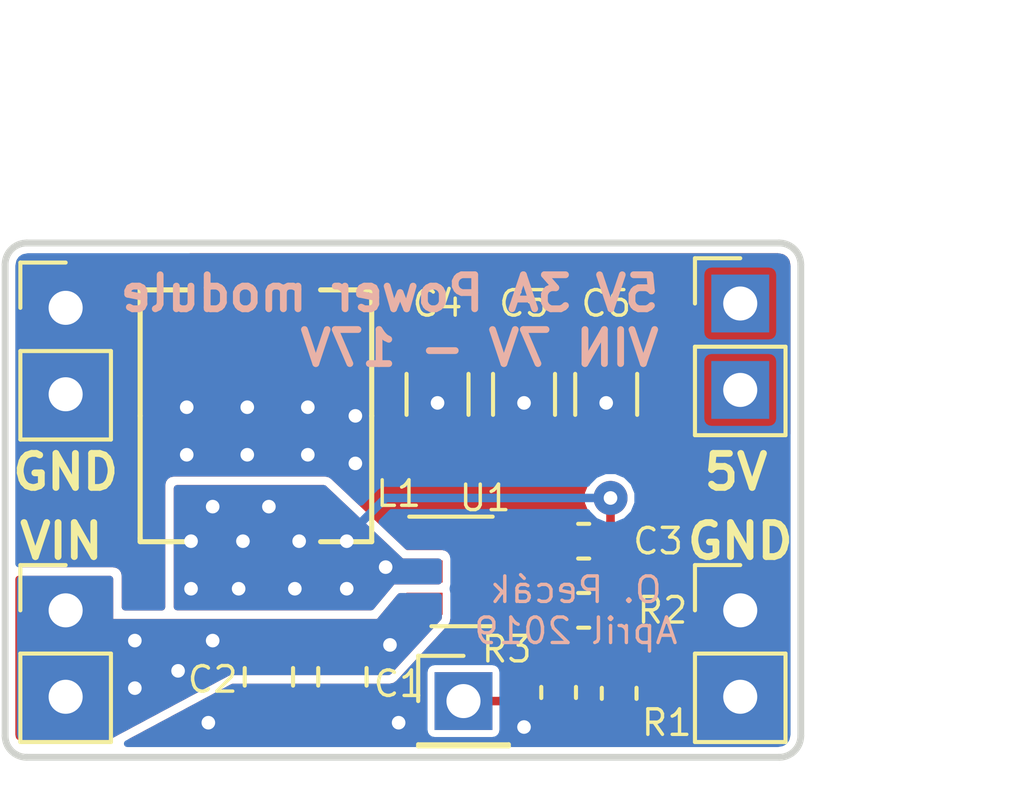
<source format=kicad_pcb>
(kicad_pcb (version 20171130) (host pcbnew 5.0.0+dfsg1-2~bpo9+1)

  (general
    (thickness 1.6)
    (drawings 16)
    (tracks 56)
    (zones 0)
    (modules 16)
    (nets 9)
  )

  (page A4)
  (layers
    (0 F.Cu signal)
    (31 B.Cu signal)
    (32 B.Adhes user)
    (33 F.Adhes user)
    (34 B.Paste user)
    (35 F.Paste user)
    (36 B.SilkS user)
    (37 F.SilkS user)
    (38 B.Mask user)
    (39 F.Mask user)
    (40 Dwgs.User user)
    (41 Cmts.User user)
    (42 Eco1.User user)
    (43 Eco2.User user)
    (44 Edge.Cuts user)
    (45 Margin user)
    (46 B.CrtYd user)
    (47 F.CrtYd user)
    (48 B.Fab user)
    (49 F.Fab user)
  )

  (setup
    (last_trace_width 0.25)
    (trace_clearance 0.2)
    (zone_clearance 0.25)
    (zone_45_only no)
    (trace_min 0.2)
    (segment_width 0.2)
    (edge_width 0.2)
    (via_size 1)
    (via_drill 0.4)
    (via_min_size 0.4)
    (via_min_drill 0.3)
    (uvia_size 0.3)
    (uvia_drill 0.1)
    (uvias_allowed no)
    (uvia_min_size 0.2)
    (uvia_min_drill 0.1)
    (pcb_text_width 0.3)
    (pcb_text_size 1.5 1.5)
    (mod_edge_width 0.15)
    (mod_text_size 1 1)
    (mod_text_width 0.15)
    (pad_size 1.7 1.7)
    (pad_drill 1)
    (pad_to_mask_clearance 0.2)
    (aux_axis_origin 0 0)
    (visible_elements FFFFFF7F)
    (pcbplotparams
      (layerselection 0x010fc_ffffffff)
      (usegerberextensions false)
      (usegerberattributes false)
      (usegerberadvancedattributes false)
      (creategerberjobfile false)
      (excludeedgelayer true)
      (linewidth 0.100000)
      (plotframeref false)
      (viasonmask false)
      (mode 1)
      (useauxorigin false)
      (hpglpennumber 1)
      (hpglpenspeed 20)
      (hpglpendiameter 15.000000)
      (psnegative false)
      (psa4output false)
      (plotreference true)
      (plotvalue true)
      (plotinvisibletext false)
      (padsonsilk false)
      (subtractmaskfromsilk false)
      (outputformat 1)
      (mirror false)
      (drillshape 1)
      (scaleselection 1)
      (outputdirectory ""))
  )

  (net 0 "")
  (net 1 "Net-(R1-Pad1)")
  (net 2 /ENABLE)
  (net 3 "Net-(R2-Pad2)")
  (net 4 /5V)
  (net 5 GND)
  (net 6 "Net-(C3-Pad2)")
  (net 7 /VIN)
  (net 8 "Net-(C3-Pad1)")

  (net_class Default "This is the default net class."
    (clearance 0.2)
    (trace_width 0.25)
    (via_dia 1)
    (via_drill 0.4)
    (uvia_dia 0.3)
    (uvia_drill 0.1)
    (add_net /5V)
    (add_net /ENABLE)
    (add_net /VIN)
    (add_net GND)
    (add_net "Net-(C3-Pad1)")
    (add_net "Net-(C3-Pad2)")
    (add_net "Net-(R1-Pad1)")
    (add_net "Net-(R2-Pad2)")
  )

  (module Capacitor_SMD:C_0603_1608Metric (layer F.Cu) (tedit 5CA4802C) (tstamp 5CBC846C)
    (at 148.1835 48.641)
    (descr "Capacitor SMD 0603 (1608 Metric), square (rectangular) end terminal, IPC_7351 nominal, (Body size source: http://www.tortai-tech.com/upload/download/2011102023233369053.pdf), generated with kicad-footprint-generator")
    (tags capacitor)
    (path /5D17F5D4)
    (attr smd)
    (fp_text reference C3 (at 2.1845 0) (layer F.SilkS)
      (effects (font (size 0.75 0.75) (thickness 0.1)))
    )
    (fp_text value 100n (at 0 1.43) (layer F.Fab)
      (effects (font (size 1 1) (thickness 0.15)))
    )
    (fp_line (start -0.8 0.4) (end -0.8 -0.4) (layer F.Fab) (width 0.1))
    (fp_line (start -0.8 -0.4) (end 0.8 -0.4) (layer F.Fab) (width 0.1))
    (fp_line (start 0.8 -0.4) (end 0.8 0.4) (layer F.Fab) (width 0.1))
    (fp_line (start 0.8 0.4) (end -0.8 0.4) (layer F.Fab) (width 0.1))
    (fp_line (start -0.162779 -0.51) (end 0.162779 -0.51) (layer F.SilkS) (width 0.12))
    (fp_line (start -0.162779 0.51) (end 0.162779 0.51) (layer F.SilkS) (width 0.12))
    (fp_line (start -1.48 0.73) (end -1.48 -0.73) (layer F.CrtYd) (width 0.05))
    (fp_line (start -1.48 -0.73) (end 1.48 -0.73) (layer F.CrtYd) (width 0.05))
    (fp_line (start 1.48 -0.73) (end 1.48 0.73) (layer F.CrtYd) (width 0.05))
    (fp_line (start 1.48 0.73) (end -1.48 0.73) (layer F.CrtYd) (width 0.05))
    (fp_text user %R (at 0 0) (layer F.Fab)
      (effects (font (size 0.4 0.4) (thickness 0.06)))
    )
    (pad 1 smd roundrect (at -0.7875 0) (size 0.875 0.95) (layers F.Cu F.Paste F.Mask) (roundrect_rratio 0.25)
      (net 8 "Net-(C3-Pad1)"))
    (pad 2 smd roundrect (at 0.7875 0) (size 0.875 0.95) (layers F.Cu F.Paste F.Mask) (roundrect_rratio 0.25)
      (net 6 "Net-(C3-Pad2)"))
    (model ${KISYS3DMOD}/Capacitor_SMD.3dshapes/C_0603_1608Metric.wrl
      (at (xyz 0 0 0))
      (scale (xyz 1 1 1))
      (rotate (xyz 0 0 0))
    )
  )

  (module Capacitor_SMD:C_0805_2012Metric (layer F.Cu) (tedit 5CA47F58) (tstamp 5CBC845B)
    (at 138.938 52.6265 270)
    (descr "Capacitor SMD 0805 (2012 Metric), square (rectangular) end terminal, IPC_7351 nominal, (Body size source: https://docs.google.com/spreadsheets/d/1BsfQQcO9C6DZCsRaXUlFlo91Tg2WpOkGARC1WS5S8t0/edit?usp=sharing), generated with kicad-footprint-generator")
    (tags capacitor)
    (path /5D17F085)
    (attr smd)
    (fp_text reference C2 (at 0.0785 1.651) (layer F.SilkS)
      (effects (font (size 0.75 0.75) (thickness 0.1)))
    )
    (fp_text value 10u (at 0 1.65 270) (layer F.Fab)
      (effects (font (size 1 1) (thickness 0.15)))
    )
    (fp_text user %R (at 0 0 270) (layer F.Fab)
      (effects (font (size 0.5 0.5) (thickness 0.08)))
    )
    (fp_line (start 1.68 0.95) (end -1.68 0.95) (layer F.CrtYd) (width 0.05))
    (fp_line (start 1.68 -0.95) (end 1.68 0.95) (layer F.CrtYd) (width 0.05))
    (fp_line (start -1.68 -0.95) (end 1.68 -0.95) (layer F.CrtYd) (width 0.05))
    (fp_line (start -1.68 0.95) (end -1.68 -0.95) (layer F.CrtYd) (width 0.05))
    (fp_line (start -0.258578 0.71) (end 0.258578 0.71) (layer F.SilkS) (width 0.12))
    (fp_line (start -0.258578 -0.71) (end 0.258578 -0.71) (layer F.SilkS) (width 0.12))
    (fp_line (start 1 0.6) (end -1 0.6) (layer F.Fab) (width 0.1))
    (fp_line (start 1 -0.6) (end 1 0.6) (layer F.Fab) (width 0.1))
    (fp_line (start -1 -0.6) (end 1 -0.6) (layer F.Fab) (width 0.1))
    (fp_line (start -1 0.6) (end -1 -0.6) (layer F.Fab) (width 0.1))
    (pad 2 smd roundrect (at 0.9375 0 270) (size 0.975 1.4) (layers F.Cu F.Paste F.Mask) (roundrect_rratio 0.25)
      (net 5 GND))
    (pad 1 smd roundrect (at -0.9375 0 270) (size 0.975 1.4) (layers F.Cu F.Paste F.Mask) (roundrect_rratio 0.25)
      (net 7 /VIN))
    (model ${KISYS3DMOD}/Capacitor_SMD.3dshapes/C_0805_2012Metric.wrl
      (at (xyz 0 0 0))
      (scale (xyz 1 1 1))
      (rotate (xyz 0 0 0))
    )
  )

  (module Capacitor_SMD:C_0805_2012Metric (layer F.Cu) (tedit 5CA47F6A) (tstamp 5CBC844A)
    (at 141.097 52.6265 270)
    (descr "Capacitor SMD 0805 (2012 Metric), square (rectangular) end terminal, IPC_7351 nominal, (Body size source: https://docs.google.com/spreadsheets/d/1BsfQQcO9C6DZCsRaXUlFlo91Tg2WpOkGARC1WS5S8t0/edit?usp=sharing), generated with kicad-footprint-generator")
    (tags capacitor)
    (path /5D17F125)
    (attr smd)
    (fp_text reference C1 (at 0.2055 -1.651) (layer F.SilkS)
      (effects (font (size 0.75 0.75) (thickness 0.1)))
    )
    (fp_text value 10u (at 0 1.65 270) (layer F.Fab)
      (effects (font (size 1 1) (thickness 0.15)))
    )
    (fp_line (start -1 0.6) (end -1 -0.6) (layer F.Fab) (width 0.1))
    (fp_line (start -1 -0.6) (end 1 -0.6) (layer F.Fab) (width 0.1))
    (fp_line (start 1 -0.6) (end 1 0.6) (layer F.Fab) (width 0.1))
    (fp_line (start 1 0.6) (end -1 0.6) (layer F.Fab) (width 0.1))
    (fp_line (start -0.258578 -0.71) (end 0.258578 -0.71) (layer F.SilkS) (width 0.12))
    (fp_line (start -0.258578 0.71) (end 0.258578 0.71) (layer F.SilkS) (width 0.12))
    (fp_line (start -1.68 0.95) (end -1.68 -0.95) (layer F.CrtYd) (width 0.05))
    (fp_line (start -1.68 -0.95) (end 1.68 -0.95) (layer F.CrtYd) (width 0.05))
    (fp_line (start 1.68 -0.95) (end 1.68 0.95) (layer F.CrtYd) (width 0.05))
    (fp_line (start 1.68 0.95) (end -1.68 0.95) (layer F.CrtYd) (width 0.05))
    (fp_text user %R (at 0 0 270) (layer F.Fab)
      (effects (font (size 0.5 0.5) (thickness 0.08)))
    )
    (pad 1 smd roundrect (at -0.9375 0 270) (size 0.975 1.4) (layers F.Cu F.Paste F.Mask) (roundrect_rratio 0.25)
      (net 7 /VIN))
    (pad 2 smd roundrect (at 0.9375 0 270) (size 0.975 1.4) (layers F.Cu F.Paste F.Mask) (roundrect_rratio 0.25)
      (net 5 GND))
    (model ${KISYS3DMOD}/Capacitor_SMD.3dshapes/C_0805_2012Metric.wrl
      (at (xyz 0 0 0))
      (scale (xyz 1 1 1))
      (rotate (xyz 0 0 0))
    )
  )

  (module Capacitor_SMD:C_1206_3216Metric (layer F.Cu) (tedit 5CA4806A) (tstamp 5CBC8439)
    (at 148.844 44.326 270)
    (descr "Capacitor SMD 1206 (3216 Metric), square (rectangular) end terminal, IPC_7351 nominal, (Body size source: http://www.tortai-tech.com/upload/download/2011102023233369053.pdf), generated with kicad-footprint-generator")
    (tags capacitor)
    (path /5D17F406)
    (attr smd)
    (fp_text reference C6 (at -2.67 0) (layer F.SilkS)
      (effects (font (size 0.75 0.75) (thickness 0.1)))
    )
    (fp_text value 22u (at 0 1.82 270) (layer F.Fab)
      (effects (font (size 1 1) (thickness 0.15)))
    )
    (fp_line (start -1.6 0.8) (end -1.6 -0.8) (layer F.Fab) (width 0.1))
    (fp_line (start -1.6 -0.8) (end 1.6 -0.8) (layer F.Fab) (width 0.1))
    (fp_line (start 1.6 -0.8) (end 1.6 0.8) (layer F.Fab) (width 0.1))
    (fp_line (start 1.6 0.8) (end -1.6 0.8) (layer F.Fab) (width 0.1))
    (fp_line (start -0.602064 -0.91) (end 0.602064 -0.91) (layer F.SilkS) (width 0.12))
    (fp_line (start -0.602064 0.91) (end 0.602064 0.91) (layer F.SilkS) (width 0.12))
    (fp_line (start -2.28 1.12) (end -2.28 -1.12) (layer F.CrtYd) (width 0.05))
    (fp_line (start -2.28 -1.12) (end 2.28 -1.12) (layer F.CrtYd) (width 0.05))
    (fp_line (start 2.28 -1.12) (end 2.28 1.12) (layer F.CrtYd) (width 0.05))
    (fp_line (start 2.28 1.12) (end -2.28 1.12) (layer F.CrtYd) (width 0.05))
    (fp_text user %R (at 0 0 270) (layer F.Fab)
      (effects (font (size 0.8 0.8) (thickness 0.12)))
    )
    (pad 1 smd roundrect (at -1.4 0 270) (size 1.25 1.75) (layers F.Cu F.Paste F.Mask) (roundrect_rratio 0.2)
      (net 4 /5V))
    (pad 2 smd roundrect (at 1.4 0 270) (size 1.25 1.75) (layers F.Cu F.Paste F.Mask) (roundrect_rratio 0.2)
      (net 5 GND))
    (model ${KISYS3DMOD}/Capacitor_SMD.3dshapes/C_1206_3216Metric.wrl
      (at (xyz 0 0 0))
      (scale (xyz 1 1 1))
      (rotate (xyz 0 0 0))
    )
  )

  (module Capacitor_SMD:C_1206_3216Metric (layer F.Cu) (tedit 5CA4805E) (tstamp 5CBC8428)
    (at 146.431 44.326 270)
    (descr "Capacitor SMD 1206 (3216 Metric), square (rectangular) end terminal, IPC_7351 nominal, (Body size source: http://www.tortai-tech.com/upload/download/2011102023233369053.pdf), generated with kicad-footprint-generator")
    (tags capacitor)
    (path /5D17F552)
    (attr smd)
    (fp_text reference C5 (at -2.67 0) (layer F.SilkS)
      (effects (font (size 0.75 0.75) (thickness 0.1)))
    )
    (fp_text value 22u (at 0 1.82 270) (layer F.Fab)
      (effects (font (size 1 1) (thickness 0.15)))
    )
    (fp_text user %R (at 0 0 270) (layer F.Fab)
      (effects (font (size 0.8 0.8) (thickness 0.12)))
    )
    (fp_line (start 2.28 1.12) (end -2.28 1.12) (layer F.CrtYd) (width 0.05))
    (fp_line (start 2.28 -1.12) (end 2.28 1.12) (layer F.CrtYd) (width 0.05))
    (fp_line (start -2.28 -1.12) (end 2.28 -1.12) (layer F.CrtYd) (width 0.05))
    (fp_line (start -2.28 1.12) (end -2.28 -1.12) (layer F.CrtYd) (width 0.05))
    (fp_line (start -0.602064 0.91) (end 0.602064 0.91) (layer F.SilkS) (width 0.12))
    (fp_line (start -0.602064 -0.91) (end 0.602064 -0.91) (layer F.SilkS) (width 0.12))
    (fp_line (start 1.6 0.8) (end -1.6 0.8) (layer F.Fab) (width 0.1))
    (fp_line (start 1.6 -0.8) (end 1.6 0.8) (layer F.Fab) (width 0.1))
    (fp_line (start -1.6 -0.8) (end 1.6 -0.8) (layer F.Fab) (width 0.1))
    (fp_line (start -1.6 0.8) (end -1.6 -0.8) (layer F.Fab) (width 0.1))
    (pad 2 smd roundrect (at 1.4 0 270) (size 1.25 1.75) (layers F.Cu F.Paste F.Mask) (roundrect_rratio 0.2)
      (net 5 GND))
    (pad 1 smd roundrect (at -1.4 0 270) (size 1.25 1.75) (layers F.Cu F.Paste F.Mask) (roundrect_rratio 0.2)
      (net 4 /5V))
    (model ${KISYS3DMOD}/Capacitor_SMD.3dshapes/C_1206_3216Metric.wrl
      (at (xyz 0 0 0))
      (scale (xyz 1 1 1))
      (rotate (xyz 0 0 0))
    )
  )

  (module Capacitor_SMD:C_1206_3216Metric (layer F.Cu) (tedit 5CA48050) (tstamp 5CBC8417)
    (at 143.891 44.326 270)
    (descr "Capacitor SMD 1206 (3216 Metric), square (rectangular) end terminal, IPC_7351 nominal, (Body size source: http://www.tortai-tech.com/upload/download/2011102023233369053.pdf), generated with kicad-footprint-generator")
    (tags capacitor)
    (path /5D17F4DE)
    (attr smd)
    (fp_text reference C4 (at -2.67 0) (layer F.SilkS)
      (effects (font (size 0.75 0.75) (thickness 0.1)))
    )
    (fp_text value 22u (at 0 1.82 270) (layer F.Fab)
      (effects (font (size 1 1) (thickness 0.15)))
    )
    (fp_line (start -1.6 0.8) (end -1.6 -0.8) (layer F.Fab) (width 0.1))
    (fp_line (start -1.6 -0.8) (end 1.6 -0.8) (layer F.Fab) (width 0.1))
    (fp_line (start 1.6 -0.8) (end 1.6 0.8) (layer F.Fab) (width 0.1))
    (fp_line (start 1.6 0.8) (end -1.6 0.8) (layer F.Fab) (width 0.1))
    (fp_line (start -0.602064 -0.91) (end 0.602064 -0.91) (layer F.SilkS) (width 0.12))
    (fp_line (start -0.602064 0.91) (end 0.602064 0.91) (layer F.SilkS) (width 0.12))
    (fp_line (start -2.28 1.12) (end -2.28 -1.12) (layer F.CrtYd) (width 0.05))
    (fp_line (start -2.28 -1.12) (end 2.28 -1.12) (layer F.CrtYd) (width 0.05))
    (fp_line (start 2.28 -1.12) (end 2.28 1.12) (layer F.CrtYd) (width 0.05))
    (fp_line (start 2.28 1.12) (end -2.28 1.12) (layer F.CrtYd) (width 0.05))
    (fp_text user %R (at 0 0 270) (layer F.Fab)
      (effects (font (size 0.8 0.8) (thickness 0.12)))
    )
    (pad 1 smd roundrect (at -1.4 0 270) (size 1.25 1.75) (layers F.Cu F.Paste F.Mask) (roundrect_rratio 0.2)
      (net 4 /5V))
    (pad 2 smd roundrect (at 1.4 0 270) (size 1.25 1.75) (layers F.Cu F.Paste F.Mask) (roundrect_rratio 0.2)
      (net 5 GND))
    (model ${KISYS3DMOD}/Capacitor_SMD.3dshapes/C_1206_3216Metric.wrl
      (at (xyz 0 0 0))
      (scale (xyz 1 1 1))
      (rotate (xyz 0 0 0))
    )
  )

  (module Connector_PinHeader_2.54mm:PinHeader_1x01_P2.54mm_Vertical (layer F.Cu) (tedit 5CA47FCE) (tstamp 5CBC8406)
    (at 144.653 53.34)
    (descr "Through hole straight pin header, 1x01, 2.54mm pitch, single row")
    (tags "Through hole pin header THT 1x01 2.54mm single row")
    (path /5D18160F)
    (fp_text reference J1 (at 0 -2.33) (layer F.SilkS) hide
      (effects (font (size 1 1) (thickness 0.15)))
    )
    (fp_text value EnablePin (at 0 2.33) (layer F.Fab)
      (effects (font (size 1 1) (thickness 0.15)))
    )
    (fp_line (start -0.635 -1.27) (end 1.27 -1.27) (layer F.Fab) (width 0.1))
    (fp_line (start 1.27 -1.27) (end 1.27 1.27) (layer F.Fab) (width 0.1))
    (fp_line (start 1.27 1.27) (end -1.27 1.27) (layer F.Fab) (width 0.1))
    (fp_line (start -1.27 1.27) (end -1.27 -0.635) (layer F.Fab) (width 0.1))
    (fp_line (start -1.27 -0.635) (end -0.635 -1.27) (layer F.Fab) (width 0.1))
    (fp_line (start -1.33 1.33) (end 1.33 1.33) (layer F.SilkS) (width 0.12))
    (fp_line (start -1.33 1.27) (end -1.33 1.33) (layer F.SilkS) (width 0.12))
    (fp_line (start 1.33 1.27) (end 1.33 1.33) (layer F.SilkS) (width 0.12))
    (fp_line (start -1.33 1.27) (end 1.33 1.27) (layer F.SilkS) (width 0.12))
    (fp_line (start -1.33 0) (end -1.33 -1.33) (layer F.SilkS) (width 0.12))
    (fp_line (start -1.33 -1.33) (end 0 -1.33) (layer F.SilkS) (width 0.12))
    (fp_line (start -1.8 -1.8) (end -1.8 1.8) (layer F.CrtYd) (width 0.05))
    (fp_line (start -1.8 1.8) (end 1.8 1.8) (layer F.CrtYd) (width 0.05))
    (fp_line (start 1.8 1.8) (end 1.8 -1.8) (layer F.CrtYd) (width 0.05))
    (fp_line (start 1.8 -1.8) (end -1.8 -1.8) (layer F.CrtYd) (width 0.05))
    (fp_text user %R (at 0 0 90) (layer F.Fab)
      (effects (font (size 1 1) (thickness 0.15)))
    )
    (pad 1 thru_hole rect (at 0 0) (size 1.7 1.7) (drill 1) (layers *.Cu *.Mask)
      (net 2 /ENABLE))
    (model ${KISYS3DMOD}/Connector_PinHeader_2.54mm.3dshapes/PinHeader_1x01_P2.54mm_Vertical.wrl
      (at (xyz 0 0 0))
      (scale (xyz 1 1 1))
      (rotate (xyz 0 0 0))
    )
  )

  (module Connector_PinHeader_2.54mm:PinHeader_1x02_P2.54mm_Vertical (layer F.Cu) (tedit 5CA47F3A) (tstamp 5CBC83F1)
    (at 152.781 50.673)
    (descr "Through hole straight pin header, 1x02, 2.54mm pitch, single row")
    (tags "Through hole pin header THT 1x02 2.54mm single row")
    (path /5D186FC3)
    (fp_text reference J5 (at -0.762 -2.032) (layer F.SilkS) hide
      (effects (font (size 1 1) (thickness 0.15)))
    )
    (fp_text value GND (at 0 4.87) (layer F.Fab)
      (effects (font (size 1 1) (thickness 0.15)))
    )
    (fp_text user %R (at 0 1.27 90) (layer F.Fab)
      (effects (font (size 1 1) (thickness 0.15)))
    )
    (fp_line (start 1.8 -1.8) (end -1.8 -1.8) (layer F.CrtYd) (width 0.05))
    (fp_line (start 1.8 4.35) (end 1.8 -1.8) (layer F.CrtYd) (width 0.05))
    (fp_line (start -1.8 4.35) (end 1.8 4.35) (layer F.CrtYd) (width 0.05))
    (fp_line (start -1.8 -1.8) (end -1.8 4.35) (layer F.CrtYd) (width 0.05))
    (fp_line (start -1.33 -1.33) (end 0 -1.33) (layer F.SilkS) (width 0.12))
    (fp_line (start -1.33 0) (end -1.33 -1.33) (layer F.SilkS) (width 0.12))
    (fp_line (start -1.33 1.27) (end 1.33 1.27) (layer F.SilkS) (width 0.12))
    (fp_line (start 1.33 1.27) (end 1.33 3.87) (layer F.SilkS) (width 0.12))
    (fp_line (start -1.33 1.27) (end -1.33 3.87) (layer F.SilkS) (width 0.12))
    (fp_line (start -1.33 3.87) (end 1.33 3.87) (layer F.SilkS) (width 0.12))
    (fp_line (start -1.27 -0.635) (end -0.635 -1.27) (layer F.Fab) (width 0.1))
    (fp_line (start -1.27 3.81) (end -1.27 -0.635) (layer F.Fab) (width 0.1))
    (fp_line (start 1.27 3.81) (end -1.27 3.81) (layer F.Fab) (width 0.1))
    (fp_line (start 1.27 -1.27) (end 1.27 3.81) (layer F.Fab) (width 0.1))
    (fp_line (start -0.635 -1.27) (end 1.27 -1.27) (layer F.Fab) (width 0.1))
    (pad 2 thru_hole rect (at 0 2.54) (size 1.7 1.7) (drill 1) (layers *.Cu *.Mask)
      (net 5 GND))
    (pad 1 thru_hole rect (at 0 0) (size 1.7 1.7) (drill 1) (layers *.Cu *.Mask)
      (net 5 GND))
    (model ${KISYS3DMOD}/Connector_PinHeader_2.54mm.3dshapes/PinHeader_1x02_P2.54mm_Vertical.wrl
      (at (xyz 0 0 0))
      (scale (xyz 1 1 1))
      (rotate (xyz 0 0 0))
    )
  )

  (module Connector_PinHeader_2.54mm:PinHeader_1x02_P2.54mm_Vertical (layer F.Cu) (tedit 5CA47F48) (tstamp 5CBC83DB)
    (at 132.969 50.673)
    (descr "Through hole straight pin header, 1x02, 2.54mm pitch, single row")
    (tags "Through hole pin header THT 1x02 2.54mm single row")
    (path /5D186FB7)
    (fp_text reference J4 (at 0 -2.33) (layer F.SilkS) hide
      (effects (font (size 1 1) (thickness 0.15)))
    )
    (fp_text value VIN (at 0 4.87) (layer F.Fab)
      (effects (font (size 1 1) (thickness 0.15)))
    )
    (fp_line (start -0.635 -1.27) (end 1.27 -1.27) (layer F.Fab) (width 0.1))
    (fp_line (start 1.27 -1.27) (end 1.27 3.81) (layer F.Fab) (width 0.1))
    (fp_line (start 1.27 3.81) (end -1.27 3.81) (layer F.Fab) (width 0.1))
    (fp_line (start -1.27 3.81) (end -1.27 -0.635) (layer F.Fab) (width 0.1))
    (fp_line (start -1.27 -0.635) (end -0.635 -1.27) (layer F.Fab) (width 0.1))
    (fp_line (start -1.33 3.87) (end 1.33 3.87) (layer F.SilkS) (width 0.12))
    (fp_line (start -1.33 1.27) (end -1.33 3.87) (layer F.SilkS) (width 0.12))
    (fp_line (start 1.33 1.27) (end 1.33 3.87) (layer F.SilkS) (width 0.12))
    (fp_line (start -1.33 1.27) (end 1.33 1.27) (layer F.SilkS) (width 0.12))
    (fp_line (start -1.33 0) (end -1.33 -1.33) (layer F.SilkS) (width 0.12))
    (fp_line (start -1.33 -1.33) (end 0 -1.33) (layer F.SilkS) (width 0.12))
    (fp_line (start -1.8 -1.8) (end -1.8 4.35) (layer F.CrtYd) (width 0.05))
    (fp_line (start -1.8 4.35) (end 1.8 4.35) (layer F.CrtYd) (width 0.05))
    (fp_line (start 1.8 4.35) (end 1.8 -1.8) (layer F.CrtYd) (width 0.05))
    (fp_line (start 1.8 -1.8) (end -1.8 -1.8) (layer F.CrtYd) (width 0.05))
    (fp_text user %R (at 0 1.27 90) (layer F.Fab)
      (effects (font (size 1 1) (thickness 0.15)))
    )
    (pad 1 thru_hole rect (at 0 0) (size 1.7 1.7) (drill 1) (layers *.Cu *.Mask)
      (net 7 /VIN))
    (pad 2 thru_hole rect (at 0 2.54) (size 1.7 1.7) (drill 1) (layers *.Cu *.Mask)
      (net 7 /VIN))
    (model ${KISYS3DMOD}/Connector_PinHeader_2.54mm.3dshapes/PinHeader_1x02_P2.54mm_Vertical.wrl
      (at (xyz 0 0 0))
      (scale (xyz 1 1 1))
      (rotate (xyz 0 0 0))
    )
  )

  (module Connector_PinHeader_2.54mm:PinHeader_1x02_P2.54mm_Vertical (layer F.Cu) (tedit 5CA47F45) (tstamp 5CBC83C5)
    (at 132.969 41.783)
    (descr "Through hole straight pin header, 1x02, 2.54mm pitch, single row")
    (tags "Through hole pin header THT 1x02 2.54mm single row")
    (path /5D184600)
    (fp_text reference J3 (at 0 -2.33) (layer F.SilkS) hide
      (effects (font (size 1 1) (thickness 0.15)))
    )
    (fp_text value GND (at 0 4.87) (layer F.Fab)
      (effects (font (size 1 1) (thickness 0.15)))
    )
    (fp_text user %R (at 0 1.27 90) (layer F.Fab)
      (effects (font (size 1 1) (thickness 0.15)))
    )
    (fp_line (start 1.8 -1.8) (end -1.8 -1.8) (layer F.CrtYd) (width 0.05))
    (fp_line (start 1.8 4.35) (end 1.8 -1.8) (layer F.CrtYd) (width 0.05))
    (fp_line (start -1.8 4.35) (end 1.8 4.35) (layer F.CrtYd) (width 0.05))
    (fp_line (start -1.8 -1.8) (end -1.8 4.35) (layer F.CrtYd) (width 0.05))
    (fp_line (start -1.33 -1.33) (end 0 -1.33) (layer F.SilkS) (width 0.12))
    (fp_line (start -1.33 0) (end -1.33 -1.33) (layer F.SilkS) (width 0.12))
    (fp_line (start -1.33 1.27) (end 1.33 1.27) (layer F.SilkS) (width 0.12))
    (fp_line (start 1.33 1.27) (end 1.33 3.87) (layer F.SilkS) (width 0.12))
    (fp_line (start -1.33 1.27) (end -1.33 3.87) (layer F.SilkS) (width 0.12))
    (fp_line (start -1.33 3.87) (end 1.33 3.87) (layer F.SilkS) (width 0.12))
    (fp_line (start -1.27 -0.635) (end -0.635 -1.27) (layer F.Fab) (width 0.1))
    (fp_line (start -1.27 3.81) (end -1.27 -0.635) (layer F.Fab) (width 0.1))
    (fp_line (start 1.27 3.81) (end -1.27 3.81) (layer F.Fab) (width 0.1))
    (fp_line (start 1.27 -1.27) (end 1.27 3.81) (layer F.Fab) (width 0.1))
    (fp_line (start -0.635 -1.27) (end 1.27 -1.27) (layer F.Fab) (width 0.1))
    (pad 2 thru_hole rect (at 0 2.54) (size 1.7 1.7) (drill 1) (layers *.Cu *.Mask)
      (net 5 GND))
    (pad 1 thru_hole rect (at 0 0) (size 1.7 1.7) (drill 1) (layers *.Cu *.Mask)
      (net 5 GND))
    (model ${KISYS3DMOD}/Connector_PinHeader_2.54mm.3dshapes/PinHeader_1x02_P2.54mm_Vertical.wrl
      (at (xyz 0 0 0))
      (scale (xyz 1 1 1))
      (rotate (xyz 0 0 0))
    )
  )

  (module Connector_PinHeader_2.54mm:PinHeader_1x02_P2.54mm_Vertical (layer F.Cu) (tedit 5CA47F3F) (tstamp 5CBC83AF)
    (at 152.781 41.656)
    (descr "Through hole straight pin header, 1x02, 2.54mm pitch, single row")
    (tags "Through hole pin header THT 1x02 2.54mm single row")
    (path /5D1838BF)
    (fp_text reference J2 (at 0 -2.33) (layer F.SilkS) hide
      (effects (font (size 1 1) (thickness 0.15)))
    )
    (fp_text value 5V (at 0 4.87) (layer F.Fab)
      (effects (font (size 1 1) (thickness 0.15)))
    )
    (fp_line (start -0.635 -1.27) (end 1.27 -1.27) (layer F.Fab) (width 0.1))
    (fp_line (start 1.27 -1.27) (end 1.27 3.81) (layer F.Fab) (width 0.1))
    (fp_line (start 1.27 3.81) (end -1.27 3.81) (layer F.Fab) (width 0.1))
    (fp_line (start -1.27 3.81) (end -1.27 -0.635) (layer F.Fab) (width 0.1))
    (fp_line (start -1.27 -0.635) (end -0.635 -1.27) (layer F.Fab) (width 0.1))
    (fp_line (start -1.33 3.87) (end 1.33 3.87) (layer F.SilkS) (width 0.12))
    (fp_line (start -1.33 1.27) (end -1.33 3.87) (layer F.SilkS) (width 0.12))
    (fp_line (start 1.33 1.27) (end 1.33 3.87) (layer F.SilkS) (width 0.12))
    (fp_line (start -1.33 1.27) (end 1.33 1.27) (layer F.SilkS) (width 0.12))
    (fp_line (start -1.33 0) (end -1.33 -1.33) (layer F.SilkS) (width 0.12))
    (fp_line (start -1.33 -1.33) (end 0 -1.33) (layer F.SilkS) (width 0.12))
    (fp_line (start -1.8 -1.8) (end -1.8 4.35) (layer F.CrtYd) (width 0.05))
    (fp_line (start -1.8 4.35) (end 1.8 4.35) (layer F.CrtYd) (width 0.05))
    (fp_line (start 1.8 4.35) (end 1.8 -1.8) (layer F.CrtYd) (width 0.05))
    (fp_line (start 1.8 -1.8) (end -1.8 -1.8) (layer F.CrtYd) (width 0.05))
    (fp_text user %R (at 0 1.27 90) (layer F.Fab)
      (effects (font (size 1 1) (thickness 0.15)))
    )
    (pad 1 thru_hole rect (at 0 0) (size 1.7 1.7) (drill 1) (layers *.Cu *.Mask)
      (net 4 /5V))
    (pad 2 thru_hole rect (at 0 2.54) (size 1.7 1.7) (drill 1) (layers *.Cu *.Mask)
      (net 4 /5V))
    (model ${KISYS3DMOD}/Connector_PinHeader_2.54mm.3dshapes/PinHeader_1x02_P2.54mm_Vertical.wrl
      (at (xyz 0 0 0))
      (scale (xyz 1 1 1))
      (rotate (xyz 0 0 0))
    )
  )

  (module LoaDy:7.3x6.7_SMD_INDUCTOR (layer F.Cu) (tedit 5CA4808B) (tstamp 5CBC8399)
    (at 138.557 44.956 90)
    (path /5D17FE89)
    (fp_text reference L1 (at -2.288 4.191 180) (layer F.SilkS)
      (effects (font (size 0.75 0.75) (thickness 0.1)))
    )
    (fp_text value 3u3 (at 0 -4.8 90) (layer F.Fab)
      (effects (font (size 1 1) (thickness 0.15)))
    )
    (fp_line (start 0 -3.4) (end -3.6 -3.4) (layer F.SilkS) (width 0.15))
    (fp_line (start -3.6 -3.4) (end -3.7 -3.4) (layer F.SilkS) (width 0.15))
    (fp_line (start -3.7 -3.4) (end -3.7 -1.9) (layer F.SilkS) (width 0.15))
    (fp_line (start 0 -3.4) (end 3.7 -3.4) (layer F.SilkS) (width 0.15))
    (fp_line (start 3.7 -3.4) (end 3.7 -1.9) (layer F.SilkS) (width 0.15))
    (fp_line (start 0 3.4) (end 3.7 3.4) (layer F.SilkS) (width 0.15))
    (fp_line (start 3.7 3.4) (end 3.7 1.9) (layer F.SilkS) (width 0.15))
    (fp_line (start 0 3.4) (end -3.7 3.4) (layer F.SilkS) (width 0.15))
    (fp_line (start -3.7 3.4) (end -3.7 1.9) (layer F.SilkS) (width 0.15))
    (pad 1 smd roundrect (at -3.3 0 90) (size 2.3 3.5) (layers F.Cu F.Paste F.Mask) (roundrect_rratio 0.25)
      (net 6 "Net-(C3-Pad2)"))
    (pad 2 smd roundrect (at 3.3 0 90) (size 2.3 3.5) (layers F.Cu F.Paste F.Mask) (roundrect_rratio 0.25)
      (net 4 /5V))
  )

  (module Package_TO_SOT_SMD:SOT-23-6 (layer F.Cu) (tedit 5CA47FD8) (tstamp 5CBC838A)
    (at 144.61 49.53)
    (descr "6-pin SOT-23 package")
    (tags SOT-23-6)
    (path /5D17EE10)
    (attr smd)
    (fp_text reference U1 (at 0.678 -2.159) (layer F.SilkS)
      (effects (font (size 0.75 0.75) (thickness 0.1)))
    )
    (fp_text value TPS563209 (at 0 2.9) (layer F.Fab)
      (effects (font (size 1 1) (thickness 0.15)))
    )
    (fp_text user %R (at 0 0 90) (layer F.Fab)
      (effects (font (size 0.5 0.5) (thickness 0.075)))
    )
    (fp_line (start -0.9 1.61) (end 0.9 1.61) (layer F.SilkS) (width 0.12))
    (fp_line (start 0.9 -1.61) (end -1.55 -1.61) (layer F.SilkS) (width 0.12))
    (fp_line (start 1.9 -1.8) (end -1.9 -1.8) (layer F.CrtYd) (width 0.05))
    (fp_line (start 1.9 1.8) (end 1.9 -1.8) (layer F.CrtYd) (width 0.05))
    (fp_line (start -1.9 1.8) (end 1.9 1.8) (layer F.CrtYd) (width 0.05))
    (fp_line (start -1.9 -1.8) (end -1.9 1.8) (layer F.CrtYd) (width 0.05))
    (fp_line (start -0.9 -0.9) (end -0.25 -1.55) (layer F.Fab) (width 0.1))
    (fp_line (start 0.9 -1.55) (end -0.25 -1.55) (layer F.Fab) (width 0.1))
    (fp_line (start -0.9 -0.9) (end -0.9 1.55) (layer F.Fab) (width 0.1))
    (fp_line (start 0.9 1.55) (end -0.9 1.55) (layer F.Fab) (width 0.1))
    (fp_line (start 0.9 -1.55) (end 0.9 1.55) (layer F.Fab) (width 0.1))
    (pad 1 smd rect (at -1.1 -0.95) (size 1.06 0.65) (layers F.Cu F.Paste F.Mask)
      (net 5 GND))
    (pad 2 smd rect (at -1.1 0) (size 1.06 0.65) (layers F.Cu F.Paste F.Mask)
      (net 6 "Net-(C3-Pad2)"))
    (pad 3 smd rect (at -1.1 0.95) (size 1.06 0.65) (layers F.Cu F.Paste F.Mask)
      (net 7 /VIN))
    (pad 4 smd rect (at 1.1 0.95) (size 1.06 0.65) (layers F.Cu F.Paste F.Mask)
      (net 3 "Net-(R2-Pad2)"))
    (pad 6 smd rect (at 1.1 -0.95) (size 1.06 0.65) (layers F.Cu F.Paste F.Mask)
      (net 8 "Net-(C3-Pad1)"))
    (pad 5 smd rect (at 1.1 0) (size 1.06 0.65) (layers F.Cu F.Paste F.Mask)
      (net 1 "Net-(R1-Pad1)"))
    (model ${KISYS3DMOD}/Package_TO_SOT_SMD.3dshapes/SOT-23-6.wrl
      (at (xyz 0 0 0))
      (scale (xyz 1 1 1))
      (rotate (xyz 0 0 0))
    )
  )

  (module Resistor_SMD:R_0603_1608Metric (layer F.Cu) (tedit 5CA47FF7) (tstamp 5CBC8374)
    (at 147.447 53.086 270)
    (descr "Resistor SMD 0603 (1608 Metric), square (rectangular) end terminal, IPC_7351 nominal, (Body size source: http://www.tortai-tech.com/upload/download/2011102023233369053.pdf), generated with kicad-footprint-generator")
    (tags resistor)
    (path /5D17FB3E)
    (attr smd)
    (fp_text reference R3 (at -1.27 1.524) (layer F.SilkS)
      (effects (font (size 0.75 0.75) (thickness 0.1)))
    )
    (fp_text value 10K (at 0 1.43 270) (layer F.Fab)
      (effects (font (size 1 1) (thickness 0.15)))
    )
    (fp_line (start -0.8 0.4) (end -0.8 -0.4) (layer F.Fab) (width 0.1))
    (fp_line (start -0.8 -0.4) (end 0.8 -0.4) (layer F.Fab) (width 0.1))
    (fp_line (start 0.8 -0.4) (end 0.8 0.4) (layer F.Fab) (width 0.1))
    (fp_line (start 0.8 0.4) (end -0.8 0.4) (layer F.Fab) (width 0.1))
    (fp_line (start -0.162779 -0.51) (end 0.162779 -0.51) (layer F.SilkS) (width 0.12))
    (fp_line (start -0.162779 0.51) (end 0.162779 0.51) (layer F.SilkS) (width 0.12))
    (fp_line (start -1.48 0.73) (end -1.48 -0.73) (layer F.CrtYd) (width 0.05))
    (fp_line (start -1.48 -0.73) (end 1.48 -0.73) (layer F.CrtYd) (width 0.05))
    (fp_line (start 1.48 -0.73) (end 1.48 0.73) (layer F.CrtYd) (width 0.05))
    (fp_line (start 1.48 0.73) (end -1.48 0.73) (layer F.CrtYd) (width 0.05))
    (fp_text user %R (at 0 0 270) (layer F.Fab)
      (effects (font (size 0.4 0.4) (thickness 0.06)))
    )
    (pad 1 smd roundrect (at -0.7875 0 270) (size 0.875 0.95) (layers F.Cu F.Paste F.Mask) (roundrect_rratio 0.25)
      (net 3 "Net-(R2-Pad2)"))
    (pad 2 smd roundrect (at 0.7875 0 270) (size 0.875 0.95) (layers F.Cu F.Paste F.Mask) (roundrect_rratio 0.25)
      (net 5 GND))
    (model ${KISYS3DMOD}/Resistor_SMD.3dshapes/R_0603_1608Metric.wrl
      (at (xyz 0 0 0))
      (scale (xyz 1 1 1))
      (rotate (xyz 0 0 0))
    )
  )

  (module Resistor_SMD:R_0603_1608Metric (layer F.Cu) (tedit 5CA4801F) (tstamp 5CBC8363)
    (at 148.1835 50.673 180)
    (descr "Resistor SMD 0603 (1608 Metric), square (rectangular) end terminal, IPC_7351 nominal, (Body size source: http://www.tortai-tech.com/upload/download/2011102023233369053.pdf), generated with kicad-footprint-generator")
    (tags resistor)
    (path /5D17FCAF)
    (attr smd)
    (fp_text reference R2 (at -2.3115 0 180) (layer F.SilkS)
      (effects (font (size 0.75 0.75) (thickness 0.1)))
    )
    (fp_text value 54K9 (at 0 1.43 180) (layer F.Fab)
      (effects (font (size 1 1) (thickness 0.15)))
    )
    (fp_text user %R (at 0 0 180) (layer F.Fab)
      (effects (font (size 0.4 0.4) (thickness 0.06)))
    )
    (fp_line (start 1.48 0.73) (end -1.48 0.73) (layer F.CrtYd) (width 0.05))
    (fp_line (start 1.48 -0.73) (end 1.48 0.73) (layer F.CrtYd) (width 0.05))
    (fp_line (start -1.48 -0.73) (end 1.48 -0.73) (layer F.CrtYd) (width 0.05))
    (fp_line (start -1.48 0.73) (end -1.48 -0.73) (layer F.CrtYd) (width 0.05))
    (fp_line (start -0.162779 0.51) (end 0.162779 0.51) (layer F.SilkS) (width 0.12))
    (fp_line (start -0.162779 -0.51) (end 0.162779 -0.51) (layer F.SilkS) (width 0.12))
    (fp_line (start 0.8 0.4) (end -0.8 0.4) (layer F.Fab) (width 0.1))
    (fp_line (start 0.8 -0.4) (end 0.8 0.4) (layer F.Fab) (width 0.1))
    (fp_line (start -0.8 -0.4) (end 0.8 -0.4) (layer F.Fab) (width 0.1))
    (fp_line (start -0.8 0.4) (end -0.8 -0.4) (layer F.Fab) (width 0.1))
    (pad 2 smd roundrect (at 0.7875 0 180) (size 0.875 0.95) (layers F.Cu F.Paste F.Mask) (roundrect_rratio 0.25)
      (net 3 "Net-(R2-Pad2)"))
    (pad 1 smd roundrect (at -0.7875 0 180) (size 0.875 0.95) (layers F.Cu F.Paste F.Mask) (roundrect_rratio 0.25)
      (net 4 /5V))
    (model ${KISYS3DMOD}/Resistor_SMD.3dshapes/R_0603_1608Metric.wrl
      (at (xyz 0 0 0))
      (scale (xyz 1 1 1))
      (rotate (xyz 0 0 0))
    )
  )

  (module Resistor_SMD:R_0603_1608Metric (layer F.Cu) (tedit 5CA47F27) (tstamp 5CBC8352)
    (at 149.225 53.1115 270)
    (descr "Resistor SMD 0603 (1608 Metric), square (rectangular) end terminal, IPC_7351 nominal, (Body size source: http://www.tortai-tech.com/upload/download/2011102023233369053.pdf), generated with kicad-footprint-generator")
    (tags resistor)
    (path /5D17F265)
    (attr smd)
    (fp_text reference R1 (at 0.8635 -1.397) (layer F.SilkS)
      (effects (font (size 0.75 0.75) (thickness 0.1)))
    )
    (fp_text value 1K (at 0 1.43 270) (layer F.Fab)
      (effects (font (size 1 1) (thickness 0.15)))
    )
    (fp_line (start -0.8 0.4) (end -0.8 -0.4) (layer F.Fab) (width 0.1))
    (fp_line (start -0.8 -0.4) (end 0.8 -0.4) (layer F.Fab) (width 0.1))
    (fp_line (start 0.8 -0.4) (end 0.8 0.4) (layer F.Fab) (width 0.1))
    (fp_line (start 0.8 0.4) (end -0.8 0.4) (layer F.Fab) (width 0.1))
    (fp_line (start -0.162779 -0.51) (end 0.162779 -0.51) (layer F.SilkS) (width 0.12))
    (fp_line (start -0.162779 0.51) (end 0.162779 0.51) (layer F.SilkS) (width 0.12))
    (fp_line (start -1.48 0.73) (end -1.48 -0.73) (layer F.CrtYd) (width 0.05))
    (fp_line (start -1.48 -0.73) (end 1.48 -0.73) (layer F.CrtYd) (width 0.05))
    (fp_line (start 1.48 -0.73) (end 1.48 0.73) (layer F.CrtYd) (width 0.05))
    (fp_line (start 1.48 0.73) (end -1.48 0.73) (layer F.CrtYd) (width 0.05))
    (fp_text user %R (at 0 0 270) (layer F.Fab)
      (effects (font (size 0.4 0.4) (thickness 0.06)))
    )
    (pad 1 smd roundrect (at -0.7875 0 270) (size 0.875 0.95) (layers F.Cu F.Paste F.Mask) (roundrect_rratio 0.25)
      (net 1 "Net-(R1-Pad1)"))
    (pad 2 smd roundrect (at 0.7875 0 270) (size 0.875 0.95) (layers F.Cu F.Paste F.Mask) (roundrect_rratio 0.25)
      (net 2 /ENABLE))
    (model ${KISYS3DMOD}/Resistor_SMD.3dshapes/R_0603_1608Metric.wrl
      (at (xyz 0 0 0))
      (scale (xyz 1 1 1))
      (rotate (xyz 0 0 0))
    )
  )

  (gr_arc (start 153.924 54.356) (end 153.924 54.991) (angle -90) (layer Edge.Cuts) (width 0.2))
  (gr_arc (start 153.924 40.513) (end 154.559 40.513) (angle -90) (layer Edge.Cuts) (width 0.2))
  (gr_arc (start 131.826 54.356) (end 131.191 54.356) (angle -90) (layer Edge.Cuts) (width 0.2))
  (gr_arc (start 131.826 40.513) (end 131.826 39.878) (angle -90) (layer Edge.Cuts) (width 0.2))
  (dimension 15.113 (width 0.3) (layer Dwgs.User)
    (gr_text "15.113 mm" (at 159.199 47.4345 270) (layer Dwgs.User)
      (effects (font (size 1.5 1.5) (thickness 0.3)))
    )
    (feature1 (pts (xy 154.813 54.991) (xy 157.685421 54.991)))
    (feature2 (pts (xy 154.813 39.878) (xy 157.685421 39.878)))
    (crossbar (pts (xy 157.099 39.878) (xy 157.099 54.991)))
    (arrow1a (pts (xy 157.099 54.991) (xy 156.512579 53.864496)))
    (arrow1b (pts (xy 157.099 54.991) (xy 157.685421 53.864496)))
    (arrow2a (pts (xy 157.099 39.878) (xy 156.512579 41.004504)))
    (arrow2b (pts (xy 157.099 39.878) (xy 157.685421 41.004504)))
  )
  (dimension 23.368 (width 0.3) (layer Dwgs.User)
    (gr_text "23.368 mm" (at 142.875 33.841) (layer Dwgs.User)
      (effects (font (size 1.5 1.5) (thickness 0.3)))
    )
    (feature1 (pts (xy 131.191 39.497) (xy 131.191 35.354579)))
    (feature2 (pts (xy 154.559 39.497) (xy 154.559 35.354579)))
    (crossbar (pts (xy 154.559 35.941) (xy 131.191 35.941)))
    (arrow1a (pts (xy 131.191 35.941) (xy 132.317504 35.354579)))
    (arrow1b (pts (xy 131.191 35.941) (xy 132.317504 36.527421)))
    (arrow2a (pts (xy 154.559 35.941) (xy 153.432496 35.354579)))
    (arrow2b (pts (xy 154.559 35.941) (xy 153.432496 36.527421)))
  )
  (gr_text "O. Pecák\nApril 2019" (at 147.955 50.673) (layer B.SilkS)
    (effects (font (size 0.75 0.75) (thickness 0.1)) (justify mirror))
  )
  (gr_text "5V 3A Power module\nVIN 7V - 17V" (at 150.495 42.164) (layer B.SilkS)
    (effects (font (size 1 1) (thickness 0.2)) (justify left mirror))
  )
  (gr_text VIN (at 132.842 48.641) (layer F.SilkS)
    (effects (font (size 1 1) (thickness 0.2)))
  )
  (gr_text GND (at 132.969 46.609) (layer F.SilkS)
    (effects (font (size 1 1) (thickness 0.2)))
  )
  (gr_text GND (at 152.781 48.641) (layer F.SilkS)
    (effects (font (size 1 1) (thickness 0.2)))
  )
  (gr_text 5V (at 152.654 46.609) (layer F.SilkS)
    (effects (font (size 1 1) (thickness 0.2)))
  )
  (gr_line (start 154.559 54.356) (end 154.559 40.513) (layer Edge.Cuts) (width 0.2))
  (gr_line (start 131.826 54.991) (end 153.924 54.991) (layer Edge.Cuts) (width 0.2))
  (gr_line (start 131.191 40.513) (end 131.191 54.356) (layer Edge.Cuts) (width 0.2))
  (gr_line (start 153.924 39.878) (end 131.826 39.878) (layer Edge.Cuts) (width 0.2))

  (segment (start 146.49 49.53) (end 145.71 49.53) (width 0.25) (layer F.Cu) (net 1))
  (segment (start 149.225 52.324) (end 148.20849 51.30749) (width 0.25) (layer F.Cu) (net 1))
  (segment (start 148.20849 51.30749) (end 148.20849 49.91049) (width 0.25) (layer F.Cu) (net 1))
  (segment (start 148.20849 49.91049) (end 148.17099 49.87299) (width 0.25) (layer F.Cu) (net 1))
  (segment (start 147.828 49.53) (end 146.49 49.53) (width 0.25) (layer F.Cu) (net 1))
  (segment (start 148.20849 49.91049) (end 147.828 49.53) (width 0.25) (layer F.Cu) (net 1))
  (segment (start 145.753 53.34) (end 144.653 53.34) (width 0.25) (layer F.Cu) (net 2))
  (segment (start 146.03199 53.06101) (end 145.753 53.34) (width 0.25) (layer F.Cu) (net 2))
  (segment (start 148.38701 53.06101) (end 146.03199 53.06101) (width 0.25) (layer F.Cu) (net 2))
  (segment (start 149.225 53.899) (end 148.38701 53.06101) (width 0.25) (layer F.Cu) (net 2))
  (segment (start 147.203 50.48) (end 147.396 50.673) (width 0.25) (layer F.Cu) (net 3))
  (segment (start 145.71 50.48) (end 147.203 50.48) (width 0.25) (layer F.Cu) (net 3))
  (segment (start 147.447 50.724) (end 147.396 50.673) (width 0.25) (layer F.Cu) (net 3))
  (segment (start 147.447 52.2985) (end 147.447 50.724) (width 0.25) (layer F.Cu) (net 3))
  (segment (start 148.971 50.673) (end 150.622 49.022) (width 0.25) (layer F.Cu) (net 4))
  (segment (start 150.622 49.022) (end 150.622 43.561) (width 0.25) (layer F.Cu) (net 4))
  (via (at 148.844 44.577) (size 1) (drill 0.4) (layers F.Cu B.Cu) (net 5))
  (via (at 146.431 44.577) (size 1) (drill 0.4) (layers F.Cu B.Cu) (net 5))
  (via (at 143.891 44.577) (size 1) (drill 0.4) (layers F.Cu B.Cu) (net 5))
  (via (at 137.16 53.975) (size 1) (drill 0.4) (layers F.Cu B.Cu) (net 5))
  (via (at 142.748 53.975) (size 1) (drill 0.4) (layers F.Cu B.Cu) (net 5))
  (via (at 146.431 54.102) (size 1) (drill 0.4) (layers F.Cu B.Cu) (net 5))
  (via (at 141.478 44.958) (size 1) (drill 0.4) (layers F.Cu B.Cu) (net 5))
  (via (at 141.478 46.355) (size 1) (drill 0.4) (layers F.Cu B.Cu) (net 5))
  (via (at 140.081 46.101) (size 1) (drill 0.4) (layers F.Cu B.Cu) (net 5))
  (via (at 140.081 44.704) (size 1) (drill 0.4) (layers F.Cu B.Cu) (net 5))
  (via (at 138.303 44.704) (size 1) (drill 0.4) (layers F.Cu B.Cu) (net 5))
  (via (at 138.303 46.101) (size 1) (drill 0.4) (layers F.Cu B.Cu) (net 5))
  (via (at 136.525 44.704) (size 1) (drill 0.4) (layers F.Cu B.Cu) (net 5))
  (via (at 136.525 46.101) (size 1) (drill 0.4) (layers F.Cu B.Cu) (net 5))
  (via (at 137.287 47.625) (size 1) (drill 0.4) (layers F.Cu B.Cu) (net 6))
  (via (at 138.938 47.625) (size 1) (drill 0.4) (layers F.Cu B.Cu) (net 6))
  (via (at 138.176 48.641) (size 1) (drill 0.4) (layers F.Cu B.Cu) (net 6))
  (via (at 139.827 48.641) (size 1) (drill 0.4) (layers F.Cu B.Cu) (net 6))
  (segment (start 148.971 48.641) (end 148.971 48.066) (width 0.25) (layer F.Cu) (net 6))
  (via (at 148.971 47.371) (size 1) (drill 0.4) (layers F.Cu B.Cu) (net 6))
  (segment (start 148.971 48.066) (end 148.971 47.371) (width 0.25) (layer F.Cu) (net 6))
  (segment (start 148.971 47.371) (end 148.263894 47.371) (width 0.25) (layer B.Cu) (net 6))
  (segment (start 148.263894 47.371) (end 143.891 47.371) (width 0.25) (layer B.Cu) (net 6))
  (via (at 141.224 48.641) (size 1) (drill 0.4) (layers F.Cu B.Cu) (net 6))
  (segment (start 141.224 48.514) (end 141.224 48.641) (width 0.25) (layer B.Cu) (net 6))
  (segment (start 142.367 47.371) (end 141.224 48.514) (width 0.25) (layer B.Cu) (net 6))
  (via (at 141.224 50.038) (size 1) (drill 0.4) (layers F.Cu B.Cu) (net 6))
  (via (at 139.7 50.038) (size 1) (drill 0.4) (layers F.Cu B.Cu) (net 6))
  (via (at 138.049 50.038) (size 1) (drill 0.4) (layers F.Cu B.Cu) (net 6))
  (via (at 136.652 50.038) (size 1) (drill 0.4) (layers F.Cu B.Cu) (net 6))
  (segment (start 143.891 47.371) (end 142.367 47.371) (width 0.25) (layer B.Cu) (net 6) (tstamp 5CBC9B9D))
  (via (at 136.652 48.641) (size 1) (drill 0.4) (layers F.Cu B.Cu) (net 6))
  (via (at 142.367 49.403) (size 1) (drill 0.4) (layers F.Cu B.Cu) (net 6))
  (via (at 135.001 51.562) (size 1) (drill 0.4) (layers F.Cu B.Cu) (net 7))
  (via (at 135.001 52.959) (size 1) (drill 0.4) (layers F.Cu B.Cu) (net 7))
  (via (at 136.271 52.451) (size 1) (drill 0.4) (layers F.Cu B.Cu) (net 7))
  (via (at 137.287 51.562) (size 1) (drill 0.4) (layers F.Cu B.Cu) (net 7))
  (via (at 142.494 51.689) (size 1) (drill 0.4) (layers F.Cu B.Cu) (net 7))
  (segment (start 147.335 48.58) (end 147.396 48.641) (width 0.25) (layer F.Cu) (net 8))
  (segment (start 145.71 48.58) (end 147.335 48.58) (width 0.25) (layer F.Cu) (net 8))

  (zone (net 4) (net_name /5V) (layer F.Cu) (tstamp 0) (hatch edge 0.508)
    (priority 2)
    (connect_pads yes (clearance 0.2))
    (min_thickness 0.2)
    (fill yes (arc_segments 16) (thermal_gap 0.508) (thermal_bridge_width 0.508))
    (polygon
      (pts
        (xy 154.559 39.878) (xy 136.525 39.878) (xy 136.525 43.561) (xy 136.525 43.815) (xy 151.257 43.815)
        (xy 151.257 45.593) (xy 154.559 45.593)
      )
    )
    (filled_polygon
      (pts
        (xy 154.010931 40.303127) (xy 154.084629 40.352371) (xy 154.133872 40.426069) (xy 154.159001 40.5524) (xy 154.159001 45.493)
        (xy 151.357 45.493) (xy 151.357 43.815) (xy 151.349388 43.776732) (xy 151.327711 43.744289) (xy 151.295268 43.722612)
        (xy 151.257 43.715) (xy 136.625 43.715) (xy 136.625 40.278) (xy 153.884606 40.278)
      )
    )
  )
  (zone (net 7) (net_name /VIN) (layer F.Cu) (tstamp 0) (hatch edge 0.508)
    (priority 2)
    (connect_pads yes (clearance 0.2))
    (min_thickness 0.2)
    (fill yes (arc_segments 16) (thermal_gap 0.508) (thermal_bridge_width 0.508))
    (polygon
      (pts
        (xy 131.191 49.657) (xy 134.366 49.657) (xy 134.366 50.927) (xy 142.113 50.927) (xy 142.748 50.165)
        (xy 144.018 50.165) (xy 144.018 50.927) (xy 142.494 52.578) (xy 137.795 52.578) (xy 134.239 54.483)
        (xy 131.191 54.483)
      )
    )
    (filled_polygon
      (pts
        (xy 134.266 50.927) (xy 134.273612 50.965268) (xy 134.295289 50.997711) (xy 134.327732 51.019388) (xy 134.366 51.027)
        (xy 142.113 51.027) (xy 142.151268 51.019388) (xy 142.189822 50.991018) (xy 142.794837 50.265) (xy 143.918 50.265)
        (xy 143.918 50.887902) (xy 142.450217 52.478) (xy 137.795 52.478) (xy 137.747778 52.489852) (xy 134.213902 54.383)
        (xy 131.604206 54.383) (xy 131.591 54.316606) (xy 131.591 49.757) (xy 134.266 49.757)
      )
    )
  )
  (zone (net 6) (net_name "Net-(C3-Pad2)") (layer F.Cu) (tstamp 0) (hatch edge 0.508)
    (priority 2)
    (connect_pads yes (clearance 0.2))
    (min_thickness 0.2)
    (fill yes (arc_segments 16) (thermal_gap 0.508) (thermal_bridge_width 0.508))
    (polygon
      (pts
        (xy 144.018 49.149) (xy 142.875 49.149) (xy 140.589 46.99) (xy 136.144 46.99) (xy 136.144 50.673)
        (xy 141.986 50.673) (xy 142.621 49.911) (xy 144.018 49.911)
      )
    )
    (filled_polygon
      (pts
        (xy 142.806338 49.221701) (xy 142.839386 49.242443) (xy 142.875 49.249) (xy 143.918 49.249) (xy 143.918 49.811)
        (xy 142.621 49.811) (xy 142.582732 49.818612) (xy 142.544178 49.846982) (xy 141.939163 50.573) (xy 136.244 50.573)
        (xy 136.244 47.09) (xy 140.549243 47.09)
      )
    )
  )
  (zone (net 5) (net_name GND) (layer F.Cu) (tstamp 0) (hatch edge 0.508)
    (priority 1)
    (connect_pads yes (clearance 0.25))
    (min_thickness 0.2)
    (fill yes (arc_segments 16) (thermal_gap 0.508) (thermal_bridge_width 0.508))
    (polygon
      (pts
        (xy 154.559 39.878) (xy 131.191 39.878) (xy 131.191 54.991) (xy 154.559 54.991)
      )
    )
    (filled_polygon
      (pts
        (xy 136.175 43.815) (xy 136.201642 43.948939) (xy 136.277513 44.062487) (xy 136.391061 44.138358) (xy 136.525 44.165)
        (xy 150.147001 44.165) (xy 150.147 48.825249) (xy 149.131106 49.841144) (xy 148.75225 49.841144) (xy 148.681789 49.855159)
        (xy 148.655929 49.725155) (xy 148.630059 49.686437) (xy 148.577443 49.607691) (xy 148.577441 49.607689) (xy 148.550945 49.568035)
        (xy 148.51129 49.541539) (xy 148.196954 49.227204) (xy 148.170455 49.187545) (xy 148.121577 49.154886) (xy 148.146541 49.117525)
        (xy 148.1835 48.931718) (xy 148.220459 49.117525) (xy 148.345235 49.304265) (xy 148.531975 49.429041) (xy 148.75225 49.472856)
        (xy 149.18975 49.472856) (xy 149.410025 49.429041) (xy 149.596765 49.304265) (xy 149.721541 49.117525) (xy 149.765356 48.89725)
        (xy 149.765356 48.38475) (xy 149.721541 48.164475) (xy 149.596765 47.977735) (xy 149.57853 47.965551) (xy 149.691595 47.852486)
        (xy 149.821 47.540075) (xy 149.821 47.201925) (xy 149.691595 46.889514) (xy 149.452486 46.650405) (xy 149.140075 46.521)
        (xy 148.801925 46.521) (xy 148.489514 46.650405) (xy 148.250405 46.889514) (xy 148.121 47.201925) (xy 148.121 47.540075)
        (xy 148.250405 47.852486) (xy 148.36347 47.965551) (xy 148.345235 47.977735) (xy 148.220459 48.164475) (xy 148.1835 48.350282)
        (xy 148.146541 48.164475) (xy 148.021765 47.977735) (xy 147.835025 47.852959) (xy 147.61475 47.809144) (xy 147.17725 47.809144)
        (xy 146.956975 47.852959) (xy 146.770235 47.977735) (xy 146.685199 48.105) (xy 146.560714 48.105) (xy 146.492335 48.002665)
        (xy 146.376563 47.925308) (xy 146.24 47.898144) (xy 145.18 47.898144) (xy 145.043437 47.925308) (xy 144.927665 48.002665)
        (xy 144.850308 48.118437) (xy 144.823144 48.255) (xy 144.823144 48.905) (xy 144.850308 49.041563) (xy 144.859286 49.055)
        (xy 144.850308 49.068437) (xy 144.823144 49.205) (xy 144.823144 49.855) (xy 144.850308 49.991563) (xy 144.859286 50.005)
        (xy 144.850308 50.018437) (xy 144.823144 50.155) (xy 144.823144 50.805) (xy 144.850308 50.941563) (xy 144.927665 51.057335)
        (xy 145.043437 51.134692) (xy 145.18 51.161856) (xy 146.24 51.161856) (xy 146.376563 51.134692) (xy 146.492335 51.057335)
        (xy 146.560714 50.955) (xy 146.606766 50.955) (xy 146.645459 51.149525) (xy 146.770235 51.336265) (xy 146.956975 51.461041)
        (xy 146.972001 51.46403) (xy 146.972 51.547656) (xy 146.970475 51.547959) (xy 146.783735 51.672735) (xy 146.658959 51.859475)
        (xy 146.615144 52.07975) (xy 146.615144 52.51725) (xy 146.628821 52.58601) (xy 146.078763 52.58601) (xy 146.031989 52.576706)
        (xy 145.985215 52.58601) (xy 145.985211 52.58601) (xy 145.859856 52.610945) (xy 145.859856 52.49) (xy 145.832692 52.353437)
        (xy 145.755335 52.237665) (xy 145.639563 52.160308) (xy 145.503 52.133144) (xy 143.803 52.133144) (xy 143.666437 52.160308)
        (xy 143.550665 52.237665) (xy 143.473308 52.353437) (xy 143.446144 52.49) (xy 143.446144 54.19) (xy 143.473308 54.326563)
        (xy 143.550665 54.442335) (xy 143.666437 54.519692) (xy 143.77356 54.541) (xy 134.871911 54.541) (xy 137.882844 52.928)
        (xy 142.494 52.928) (xy 142.640756 52.895746) (xy 142.751181 52.815398) (xy 144.275181 51.164398) (xy 144.341358 51.060939)
        (xy 144.363158 50.951341) (xy 144.369692 50.941563) (xy 144.396856 50.805) (xy 144.396856 50.155) (xy 144.369692 50.018437)
        (xy 144.360714 50.005) (xy 144.369692 49.991563) (xy 144.396856 49.855) (xy 144.396856 49.205) (xy 144.369692 49.068437)
        (xy 144.344465 49.030683) (xy 144.341358 49.015061) (xy 144.265487 48.901513) (xy 144.151939 48.825642) (xy 144.018 48.799)
        (xy 143.014153 48.799) (xy 140.829318 46.735545) (xy 140.722939 46.666642) (xy 140.589 46.64) (xy 136.144 46.64)
        (xy 136.010061 46.666642) (xy 135.896513 46.742513) (xy 135.820642 46.856061) (xy 135.794 46.99) (xy 135.794 50.577)
        (xy 134.716 50.577) (xy 134.716 49.657) (xy 134.689358 49.523061) (xy 134.613487 49.409513) (xy 134.499939 49.333642)
        (xy 134.366 49.307) (xy 131.641 49.307) (xy 131.641 40.557323) (xy 131.663228 40.445576) (xy 131.701419 40.388419)
        (xy 131.758577 40.350227) (xy 131.870319 40.328) (xy 136.175 40.328)
      )
    )
    (filled_polygon
      (pts
        (xy 148.393144 53.738894) (xy 148.393144 54.11775) (xy 148.436959 54.338025) (xy 148.561735 54.524765) (xy 148.586032 54.541)
        (xy 145.53244 54.541) (xy 145.639563 54.519692) (xy 145.755335 54.442335) (xy 145.832692 54.326563) (xy 145.859856 54.19)
        (xy 145.859856 53.80305) (xy 145.938335 53.787439) (xy 146.095455 53.682455) (xy 146.121954 53.642796) (xy 146.228741 53.53601)
        (xy 148.19026 53.53601)
      )
    )
    (filled_polygon
      (pts
        (xy 151.123061 45.916358) (xy 151.257 45.943) (xy 154.109001 45.943) (xy 154.109 54.311681) (xy 154.086773 54.423423)
        (xy 154.048581 54.480581) (xy 153.991424 54.518772) (xy 153.879677 54.541) (xy 149.863968 54.541) (xy 149.888265 54.524765)
        (xy 150.013041 54.338025) (xy 150.056856 54.11775) (xy 150.056856 53.68025) (xy 150.013041 53.459975) (xy 149.888265 53.273235)
        (xy 149.701525 53.148459) (xy 149.515718 53.1115) (xy 149.701525 53.074541) (xy 149.888265 52.949765) (xy 150.013041 52.763025)
        (xy 150.056856 52.54275) (xy 150.056856 52.10525) (xy 150.013041 51.884975) (xy 149.888265 51.698235) (xy 149.701525 51.573459)
        (xy 149.48125 51.529644) (xy 149.102395 51.529644) (xy 149.077607 51.504856) (xy 149.18975 51.504856) (xy 149.410025 51.461041)
        (xy 149.596765 51.336265) (xy 149.721541 51.149525) (xy 149.765356 50.92925) (xy 149.765356 50.550394) (xy 150.924799 49.390952)
        (xy 150.964455 49.364455) (xy 151.004673 49.304265) (xy 151.069439 49.207336) (xy 151.085756 49.125304) (xy 151.097 49.068779)
        (xy 151.097 49.068775) (xy 151.106304 49.022) (xy 151.097 48.975225) (xy 151.097 45.898944)
      )
    )
  )
  (zone (net 5) (net_name GND) (layer B.Cu) (tstamp 0) (hatch edge 0.508)
    (priority 1)
    (connect_pads yes (clearance 0.2))
    (min_thickness 0.2)
    (fill yes (arc_segments 16) (thermal_gap 0.508) (thermal_bridge_width 0.508))
    (polygon
      (pts
        (xy 154.559 39.878) (xy 131.191 39.878) (xy 131.191 54.991) (xy 154.559 54.991)
      )
    )
    (filled_polygon
      (pts
        (xy 154.010931 40.303127) (xy 154.084629 40.352371) (xy 154.133872 40.426069) (xy 154.159001 40.5524) (xy 154.159 54.316605)
        (xy 154.133872 54.442931) (xy 154.084629 54.516629) (xy 154.010931 54.565873) (xy 153.884606 54.591) (xy 134.778577 54.591)
        (xy 137.882844 52.928) (xy 142.494 52.928) (xy 142.640756 52.895746) (xy 142.751181 52.815398) (xy 143.051548 52.49)
        (xy 143.497123 52.49) (xy 143.497123 54.19) (xy 143.520407 54.307054) (xy 143.586712 54.406288) (xy 143.685946 54.472593)
        (xy 143.803 54.495877) (xy 145.503 54.495877) (xy 145.620054 54.472593) (xy 145.719288 54.406288) (xy 145.785593 54.307054)
        (xy 145.808877 54.19) (xy 145.808877 52.49) (xy 145.785593 52.372946) (xy 145.719288 52.273712) (xy 145.620054 52.207407)
        (xy 145.503 52.184123) (xy 143.803 52.184123) (xy 143.685946 52.207407) (xy 143.586712 52.273712) (xy 143.520407 52.372946)
        (xy 143.497123 52.49) (xy 143.051548 52.49) (xy 144.275181 51.164398) (xy 144.341358 51.060939) (xy 144.368 50.927)
        (xy 144.368 50.165) (xy 144.342738 50.038) (xy 144.368 49.911) (xy 144.368 49.149) (xy 144.341358 49.015061)
        (xy 144.265487 48.901513) (xy 144.151939 48.825642) (xy 144.018 48.799) (xy 143.014153 48.799) (xy 142.256038 48.083003)
        (xy 142.543041 47.796) (xy 148.281127 47.796) (xy 148.292793 47.824164) (xy 148.517836 48.049207) (xy 148.81187 48.171)
        (xy 149.13013 48.171) (xy 149.424164 48.049207) (xy 149.649207 47.824164) (xy 149.771 47.53013) (xy 149.771 47.21187)
        (xy 149.649207 46.917836) (xy 149.424164 46.692793) (xy 149.13013 46.571) (xy 148.81187 46.571) (xy 148.517836 46.692793)
        (xy 148.292793 46.917836) (xy 148.281127 46.946) (xy 142.408857 46.946) (xy 142.366999 46.937674) (xy 142.325142 46.946)
        (xy 142.201173 46.970659) (xy 142.060592 47.064592) (xy 142.036881 47.100078) (xy 141.637825 47.499135) (xy 140.829318 46.735545)
        (xy 140.722939 46.666642) (xy 140.589 46.64) (xy 136.144 46.64) (xy 136.010061 46.666642) (xy 135.896513 46.742513)
        (xy 135.820642 46.856061) (xy 135.794 46.99) (xy 135.794 50.577) (xy 134.716 50.577) (xy 134.716 49.657)
        (xy 134.689358 49.523061) (xy 134.613487 49.409513) (xy 134.499939 49.333642) (xy 134.366 49.307) (xy 131.591 49.307)
        (xy 131.591 43.346) (xy 151.625123 43.346) (xy 151.625123 45.046) (xy 151.648407 45.163054) (xy 151.714712 45.262288)
        (xy 151.813946 45.328593) (xy 151.931 45.351877) (xy 153.631 45.351877) (xy 153.748054 45.328593) (xy 153.847288 45.262288)
        (xy 153.913593 45.163054) (xy 153.936877 45.046) (xy 153.936877 43.346) (xy 153.913593 43.228946) (xy 153.847288 43.129712)
        (xy 153.748054 43.063407) (xy 153.631 43.040123) (xy 151.931 43.040123) (xy 151.813946 43.063407) (xy 151.714712 43.129712)
        (xy 151.648407 43.228946) (xy 151.625123 43.346) (xy 131.591 43.346) (xy 131.591 40.806) (xy 151.625123 40.806)
        (xy 151.625123 42.506) (xy 151.648407 42.623054) (xy 151.714712 42.722288) (xy 151.813946 42.788593) (xy 151.931 42.811877)
        (xy 153.631 42.811877) (xy 153.748054 42.788593) (xy 153.847288 42.722288) (xy 153.913593 42.623054) (xy 153.936877 42.506)
        (xy 153.936877 40.806) (xy 153.913593 40.688946) (xy 153.847288 40.589712) (xy 153.748054 40.523407) (xy 153.631 40.500123)
        (xy 151.931 40.500123) (xy 151.813946 40.523407) (xy 151.714712 40.589712) (xy 151.648407 40.688946) (xy 151.625123 40.806)
        (xy 131.591 40.806) (xy 131.591 40.552394) (xy 131.616127 40.426069) (xy 131.665371 40.352371) (xy 131.739069 40.303128)
        (xy 131.865395 40.278) (xy 153.884606 40.278)
      )
    )
  )
  (zone (net 6) (net_name "Net-(C3-Pad2)") (layer B.Cu) (tstamp 5CBC95E1) (hatch edge 0.508)
    (priority 2)
    (connect_pads yes (clearance 0.25))
    (min_thickness 0.2)
    (fill yes (arc_segments 16) (thermal_gap 0.508) (thermal_bridge_width 0.508))
    (polygon
      (pts
        (xy 144.018 49.149) (xy 142.875 49.149) (xy 140.589 46.99) (xy 136.144 46.99) (xy 136.144 50.673)
        (xy 141.986 50.673) (xy 142.621 49.911) (xy 144.018 49.911)
      )
    )
    (filled_polygon
      (pts
        (xy 142.806338 49.221701) (xy 142.839386 49.242443) (xy 142.875 49.249) (xy 143.918 49.249) (xy 143.918 49.811)
        (xy 142.621 49.811) (xy 142.582732 49.818612) (xy 142.544178 49.846982) (xy 141.939163 50.573) (xy 136.244 50.573)
        (xy 136.244 47.09) (xy 140.549243 47.09)
      )
    )
  )
  (zone (net 7) (net_name /VIN) (layer B.Cu) (tstamp 5CBC95EB) (hatch edge 0.508)
    (priority 2)
    (connect_pads yes (clearance 0.25))
    (min_thickness 0.2)
    (fill yes (arc_segments 16) (thermal_gap 0.508) (thermal_bridge_width 0.508))
    (polygon
      (pts
        (xy 131.191 49.657) (xy 134.366 49.657) (xy 134.366 50.927) (xy 142.113 50.927) (xy 142.748 50.165)
        (xy 144.018 50.165) (xy 144.018 50.927) (xy 142.494 52.578) (xy 137.795 52.578) (xy 134.239 54.483)
        (xy 131.191 54.483)
      )
    )
    (filled_polygon
      (pts
        (xy 134.266 50.927) (xy 134.273612 50.965268) (xy 134.295289 50.997711) (xy 134.327732 51.019388) (xy 134.366 51.027)
        (xy 142.113 51.027) (xy 142.151268 51.019388) (xy 142.189822 50.991018) (xy 142.794837 50.265) (xy 143.918 50.265)
        (xy 143.918 50.887902) (xy 142.450217 52.478) (xy 137.795 52.478) (xy 137.747778 52.489852) (xy 134.213902 54.383)
        (xy 131.655187 54.383) (xy 131.641 54.311677) (xy 131.641 49.757) (xy 134.266 49.757)
      )
    )
  )
)

</source>
